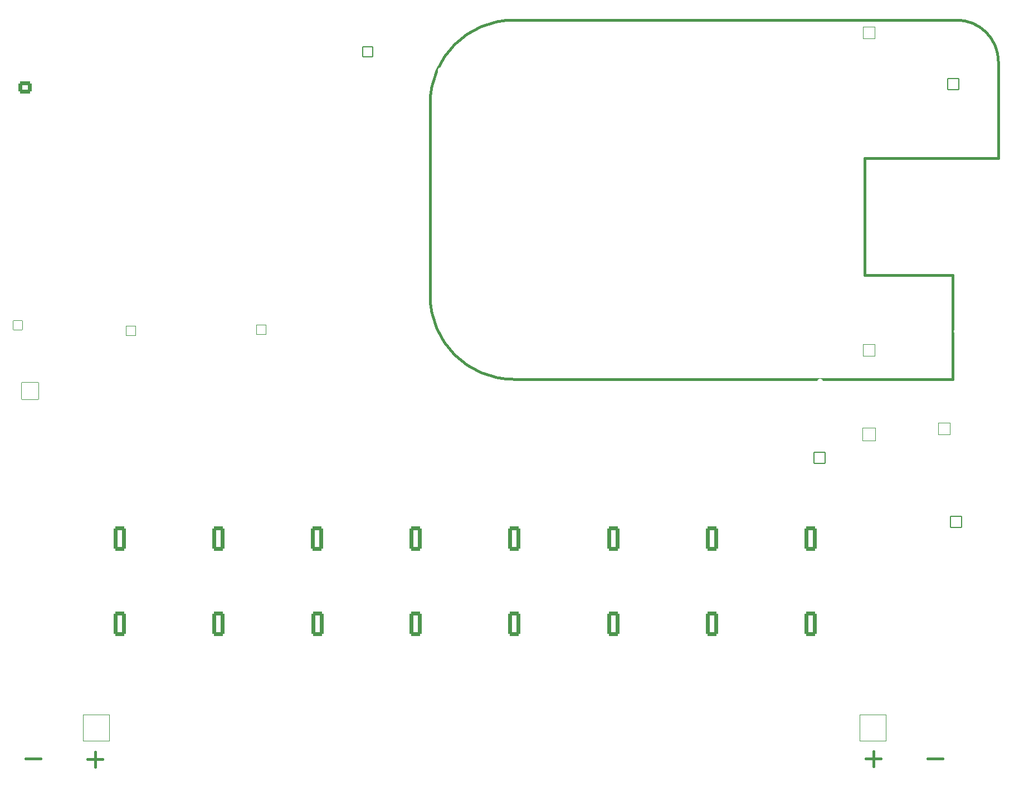
<source format=gbr>
%TF.GenerationSoftware,KiCad,Pcbnew,(6.0.6)*%
%TF.CreationDate,2022-07-22T12:53:20-04:00*%
%TF.ProjectId,BBB_16,4242425f-3136-42e6-9b69-6361645f7063,v2*%
%TF.SameCoordinates,Original*%
%TF.FileFunction,Legend,Bot*%
%TF.FilePolarity,Positive*%
%FSLAX46Y46*%
G04 Gerber Fmt 4.6, Leading zero omitted, Abs format (unit mm)*
G04 Created by KiCad (PCBNEW (6.0.6)) date 2022-07-22 12:53:20*
%MOMM*%
%LPD*%
G01*
G04 APERTURE LIST*
G04 Aperture macros list*
%AMRoundRect*
0 Rectangle with rounded corners*
0 $1 Rounding radius*
0 $2 $3 $4 $5 $6 $7 $8 $9 X,Y pos of 4 corners*
0 Add a 4 corners polygon primitive as box body*
4,1,4,$2,$3,$4,$5,$6,$7,$8,$9,$2,$3,0*
0 Add four circle primitives for the rounded corners*
1,1,$1+$1,$2,$3*
1,1,$1+$1,$4,$5*
1,1,$1+$1,$6,$7*
1,1,$1+$1,$8,$9*
0 Add four rect primitives between the rounded corners*
20,1,$1+$1,$2,$3,$4,$5,0*
20,1,$1+$1,$4,$5,$6,$7,0*
20,1,$1+$1,$6,$7,$8,$9,0*
20,1,$1+$1,$8,$9,$2,$3,0*%
G04 Aperture macros list end*
%ADD10C,0.400000*%
%ADD11C,0.381000*%
%ADD12C,2.577000*%
%ADD13RoundRect,0.301000X-0.650000X-1.550000X0.650000X-1.550000X0.650000X1.550000X-0.650000X1.550000X0*%
%ADD14O,1.902000X3.702000*%
%ADD15RoundRect,0.051000X-0.850000X0.850000X-0.850000X-0.850000X0.850000X-0.850000X0.850000X0.850000X0*%
%ADD16O,1.802000X1.802000*%
%ADD17C,3.802000*%
%ADD18C,5.000000*%
%ADD19C,1.802000*%
%ADD20C,3.402000*%
%ADD21RoundRect,0.051000X0.750000X0.750000X-0.750000X0.750000X-0.750000X-0.750000X0.750000X-0.750000X0*%
%ADD22C,1.602000*%
%ADD23RoundRect,0.051000X2.000000X2.000000X-2.000000X2.000000X-2.000000X-2.000000X2.000000X-2.000000X0*%
%ADD24C,4.102000*%
%ADD25RoundRect,0.051000X-2.000000X-2.000000X2.000000X-2.000000X2.000000X2.000000X-2.000000X2.000000X0*%
%ADD26RoundRect,0.051000X0.765000X0.765000X-0.765000X0.765000X-0.765000X-0.765000X0.765000X-0.765000X0*%
%ADD27C,1.632000*%
%ADD28RoundRect,0.051000X-0.900000X-0.900000X0.900000X-0.900000X0.900000X0.900000X-0.900000X0.900000X0*%
%ADD29C,1.902000*%
%ADD30C,4.674000*%
%ADD31RoundRect,0.051000X-0.900000X0.900000X-0.900000X-0.900000X0.900000X-0.900000X0.900000X0.900000X0*%
%ADD32RoundRect,0.301000X-0.725000X0.600000X-0.725000X-0.600000X0.725000X-0.600000X0.725000X0.600000X0*%
%ADD33O,2.052000X1.802000*%
%ADD34C,2.006000*%
%ADD35RoundRect,0.051000X-0.850000X-0.850000X0.850000X-0.850000X0.850000X0.850000X-0.850000X0.850000X0*%
%ADD36RoundRect,0.051000X-1.300000X1.300000X-1.300000X-1.300000X1.300000X-1.300000X1.300000X1.300000X0*%
%ADD37C,2.702000*%
%ADD38RoundRect,0.051000X0.700000X-0.700000X0.700000X0.700000X-0.700000X0.700000X-0.700000X-0.700000X0*%
%ADD39C,1.502000*%
%ADD40RoundRect,0.051000X1.000000X-1.000000X1.000000X1.000000X-1.000000X1.000000X-1.000000X-1.000000X0*%
%ADD41C,2.102000*%
%ADD42C,0.902000*%
G04 APERTURE END LIST*
D10*
X74824142Y-150085514D02*
X77109857Y-150085514D01*
X84224142Y-150185514D02*
X86509857Y-150185514D01*
X85367000Y-149042657D02*
X85367000Y-151328371D01*
X211924142Y-150085514D02*
X214209857Y-150085514D01*
X202524142Y-150085514D02*
X204809857Y-150085514D01*
X203667000Y-148942657D02*
X203667000Y-151228371D01*
D11*
%TO.C,U1*%
X202327000Y-58749800D02*
X222647000Y-58749800D01*
X148987000Y-37794800D02*
X216297000Y-37794800D01*
X215662000Y-76529800D02*
X202327000Y-76529800D01*
X136287000Y-50494800D02*
X136287000Y-79704800D01*
X222647000Y-44144800D02*
X222647000Y-45414800D01*
X222647000Y-58368800D02*
X222647000Y-45414800D01*
X215662000Y-92404800D02*
X215662000Y-76910800D01*
X148987000Y-92404800D02*
X215662000Y-92404800D01*
X222647000Y-58749800D02*
X222647000Y-58368800D01*
X202327000Y-76529800D02*
X202327000Y-58749800D01*
X215662000Y-76910800D02*
X215662000Y-76529800D01*
X136287000Y-79704800D02*
G75*
G03*
X148987000Y-92404800I12700000J0D01*
G01*
X148987000Y-37794800D02*
G75*
G03*
X136287000Y-50494800I0J-12700000D01*
G01*
X222647000Y-44144800D02*
G75*
G03*
X216297000Y-37794800I-6350000J0D01*
G01*
%TD*%
%LPC*%
D12*
%TO.C,F18*%
X74282600Y-135238600D03*
X74282600Y-131538600D03*
X74282600Y-127038600D03*
X74282600Y-123338600D03*
%TD*%
D13*
%TO.C,J2*%
X89100000Y-129600000D03*
D14*
X92600000Y-129600000D03*
X96100000Y-129600000D03*
%TD*%
D13*
%TO.C,J5*%
X119100000Y-116600000D03*
D14*
X122600000Y-116600000D03*
X126100000Y-116600000D03*
%TD*%
D13*
%TO.C,J6*%
X119214342Y-129600000D03*
D14*
X122714342Y-129600000D03*
X126214342Y-129600000D03*
%TD*%
D13*
%TO.C,J7*%
X134100000Y-116600000D03*
D14*
X137600000Y-116600000D03*
X141100000Y-116600000D03*
%TD*%
D13*
%TO.C,J8*%
X134100000Y-129600000D03*
D14*
X137600000Y-129600000D03*
X141100000Y-129600000D03*
%TD*%
D13*
%TO.C,J9*%
X149100000Y-116600000D03*
D14*
X152600000Y-116600000D03*
X156100000Y-116600000D03*
%TD*%
D13*
%TO.C,J10*%
X149100000Y-129600000D03*
D14*
X152600000Y-129600000D03*
X156100000Y-129600000D03*
%TD*%
D13*
%TO.C,J11*%
X164100000Y-116600000D03*
D14*
X167600000Y-116600000D03*
X171100000Y-116600000D03*
%TD*%
D13*
%TO.C,J12*%
X164100000Y-129600000D03*
D14*
X167600000Y-129600000D03*
X171100000Y-129600000D03*
%TD*%
D13*
%TO.C,J13*%
X179100000Y-116600000D03*
D14*
X182600000Y-116600000D03*
X186100000Y-116600000D03*
%TD*%
D13*
%TO.C,J14*%
X179100000Y-129600000D03*
D14*
X182600000Y-129600000D03*
X186100000Y-129600000D03*
%TD*%
D13*
%TO.C,J15*%
X194100000Y-116600000D03*
D14*
X197600000Y-116600000D03*
X201100000Y-116600000D03*
%TD*%
D13*
%TO.C,J16*%
X194100000Y-129600000D03*
D14*
X197600000Y-129600000D03*
X201100000Y-129600000D03*
%TD*%
D12*
%TO.C,F1*%
X94222600Y-150288600D03*
X94222600Y-146588600D03*
X94222600Y-142088600D03*
X94222600Y-138388600D03*
%TD*%
%TO.C,F7*%
X134425198Y-150298600D03*
X134425198Y-146598600D03*
X134425198Y-142098600D03*
X134425198Y-138398600D03*
%TD*%
%TO.C,F14*%
X181328229Y-150363600D03*
X181328229Y-146663600D03*
X181328229Y-142163600D03*
X181328229Y-138463600D03*
%TD*%
%TO.C,F2*%
X100923033Y-150303600D03*
X100923033Y-146603600D03*
X100923033Y-142103600D03*
X100923033Y-138403600D03*
%TD*%
%TO.C,F6*%
X127724765Y-150298600D03*
X127724765Y-146598600D03*
X127724765Y-142098600D03*
X127724765Y-138398600D03*
%TD*%
%TO.C,F8*%
X141125631Y-150298600D03*
X141125631Y-146598600D03*
X141125631Y-142098600D03*
X141125631Y-138398600D03*
%TD*%
%TO.C,F9*%
X147826064Y-150298600D03*
X147826064Y-146598600D03*
X147826064Y-142098600D03*
X147826064Y-138398600D03*
%TD*%
%TO.C,F10*%
X154526497Y-150298600D03*
X154526497Y-146598600D03*
X154526497Y-142098600D03*
X154526497Y-138398600D03*
%TD*%
%TO.C,F16*%
X194729100Y-150363600D03*
X194729100Y-146663600D03*
X194729100Y-142163600D03*
X194729100Y-138463600D03*
%TD*%
%TO.C,F5*%
X121024332Y-150298600D03*
X121024332Y-146598600D03*
X121024332Y-142098600D03*
X121024332Y-138398600D03*
%TD*%
%TO.C,F3*%
X107623466Y-150303600D03*
X107623466Y-146603600D03*
X107623466Y-142103600D03*
X107623466Y-138403600D03*
%TD*%
%TO.C,F13*%
X174627796Y-150363600D03*
X174627796Y-146663600D03*
X174627796Y-142163600D03*
X174627796Y-138463600D03*
%TD*%
%TO.C,F11*%
X161226930Y-150298600D03*
X161226930Y-146598600D03*
X161226930Y-142098600D03*
X161226930Y-138398600D03*
%TD*%
%TO.C,F4*%
X114323899Y-150303600D03*
X114323899Y-146603600D03*
X114323899Y-142103600D03*
X114323899Y-138403600D03*
%TD*%
D13*
%TO.C,J1*%
X89100000Y-116600000D03*
D14*
X92600000Y-116600000D03*
X96100000Y-116600000D03*
%TD*%
D13*
%TO.C,J3*%
X104100000Y-116600000D03*
D14*
X107600000Y-116600000D03*
X111100000Y-116600000D03*
%TD*%
D13*
%TO.C,J4*%
X104100000Y-129600000D03*
D14*
X107600000Y-129600000D03*
X111100000Y-129600000D03*
%TD*%
D15*
%TO.C,J25*%
X215767000Y-47499800D03*
D16*
X213227000Y-47499800D03*
X210687000Y-47499800D03*
X208147000Y-47499800D03*
X205607000Y-47499800D03*
%TD*%
D12*
%TO.C,F15*%
X188028662Y-150363600D03*
X188028662Y-146663600D03*
X188028662Y-142163600D03*
X188028662Y-138463600D03*
%TD*%
%TO.C,F12*%
X167927363Y-150298600D03*
X167927363Y-146598600D03*
X167927363Y-142098600D03*
X167927363Y-138398600D03*
%TD*%
D17*
%TO.C,H4*%
X81427600Y-66318600D03*
%TD*%
%TO.C,H3*%
X106527600Y-66318600D03*
%TD*%
D18*
%TO.C,J26*%
X158817000Y-63299800D03*
X182117000Y-63299800D03*
D19*
X166667000Y-63799800D03*
X169167000Y-63799800D03*
X171767000Y-63799800D03*
X174267000Y-63799800D03*
%TD*%
D17*
%TO.C,H2*%
X81127600Y-117118600D03*
%TD*%
D12*
%TO.C,F17*%
X214726000Y-135181800D03*
X214726000Y-131481800D03*
X214726000Y-126981800D03*
X214726000Y-123281800D03*
%TD*%
D20*
%TO.C,J20*%
X80689500Y-78649800D03*
X92119500Y-78649800D03*
D21*
X90849500Y-84999800D03*
D22*
X89579500Y-87539800D03*
X88309500Y-84999800D03*
X87039500Y-87539800D03*
X85769500Y-84999800D03*
X84499500Y-87539800D03*
X83229500Y-84999800D03*
X81959500Y-87539800D03*
%TD*%
D23*
%TO.C,J17*%
X85567000Y-145399800D03*
D24*
X76067000Y-145399800D03*
%TD*%
D25*
%TO.C,J18*%
X203567000Y-145399800D03*
D24*
X213067000Y-145399800D03*
%TD*%
D20*
%TO.C,J21*%
X100489500Y-78549800D03*
X111919500Y-78549800D03*
D21*
X110649500Y-84899800D03*
D22*
X109379500Y-87439800D03*
X108109500Y-84899800D03*
X106839500Y-87439800D03*
X105569500Y-84899800D03*
X104299500Y-87439800D03*
X103029500Y-84899800D03*
X101759500Y-87439800D03*
%TD*%
D26*
%TO.C,J24*%
X126837000Y-42629800D03*
D27*
X126837000Y-45169800D03*
X124297000Y-42629800D03*
X124297000Y-45169800D03*
X121757000Y-42629800D03*
X121757000Y-45169800D03*
X119217000Y-42629800D03*
X119217000Y-45169800D03*
X116677000Y-42629800D03*
X116677000Y-45169800D03*
X114137000Y-42629800D03*
X114137000Y-45169800D03*
X111597000Y-42629800D03*
X111597000Y-45169800D03*
X109057000Y-42629800D03*
X109057000Y-45169800D03*
X106517000Y-42629800D03*
X106517000Y-45169800D03*
X103977000Y-42629800D03*
X103977000Y-45169800D03*
X101437000Y-42629800D03*
X101437000Y-45169800D03*
X98897000Y-42629800D03*
X98897000Y-45169800D03*
%TD*%
D28*
%TO.C,U1*%
X202962000Y-87959800D03*
D29*
X202962000Y-90499800D03*
X200422000Y-87959800D03*
X200422000Y-90499800D03*
X197882000Y-87959800D03*
X197882000Y-90499800D03*
X195342000Y-87959800D03*
X195342000Y-90499800D03*
X192802000Y-87959800D03*
X192802000Y-90499800D03*
X190262000Y-87959800D03*
X190262000Y-90499800D03*
X187722000Y-87959800D03*
X187722000Y-90499800D03*
X185182000Y-87959800D03*
X185182000Y-90499800D03*
X182642000Y-87959800D03*
X182642000Y-90499800D03*
X180102000Y-87959800D03*
X180102000Y-90499800D03*
X177562000Y-87959800D03*
X177562000Y-90499800D03*
X175022000Y-87959800D03*
X175022000Y-90499800D03*
X172482000Y-87959800D03*
X172482000Y-90499800D03*
X169942000Y-87959800D03*
X169942000Y-90499800D03*
X167402000Y-87959800D03*
X167402000Y-90499800D03*
X164862000Y-87959800D03*
X164862000Y-90499800D03*
X162322000Y-87959800D03*
X162322000Y-90499800D03*
X159782000Y-87959800D03*
X159782000Y-90499800D03*
X157242000Y-87959800D03*
X157242000Y-90499800D03*
X154702000Y-87959800D03*
X154702000Y-90499800D03*
X152162000Y-87959800D03*
X152162000Y-90499800D03*
X149622000Y-87959800D03*
X149622000Y-90499800D03*
X147082000Y-87959800D03*
X147082000Y-90499800D03*
D28*
X202962000Y-39699800D03*
D29*
X202962000Y-42239800D03*
X200422000Y-39699800D03*
X200422000Y-42239800D03*
X197882000Y-39699800D03*
X197882000Y-42239800D03*
X195342000Y-39699800D03*
X195342000Y-42239800D03*
X192802000Y-39699800D03*
X192802000Y-42239800D03*
X190262000Y-39699800D03*
X190262000Y-42239800D03*
X187722000Y-39699800D03*
X187722000Y-42239800D03*
X185182000Y-39699800D03*
X185182000Y-42239800D03*
X182642000Y-39699800D03*
X182642000Y-42239800D03*
X180102000Y-39699800D03*
X180102000Y-42239800D03*
X177562000Y-39699800D03*
X177562000Y-42239800D03*
X175022000Y-39699800D03*
X175022000Y-42239800D03*
X172482000Y-39699800D03*
X172482000Y-42239800D03*
X169942000Y-39699800D03*
X169942000Y-42239800D03*
X167402000Y-39699800D03*
X167402000Y-42239800D03*
X164862000Y-39699800D03*
X164862000Y-42239800D03*
X162322000Y-39699800D03*
X162322000Y-42239800D03*
X159782000Y-39699800D03*
X159782000Y-42239800D03*
X157242000Y-39699800D03*
X157242000Y-42239800D03*
X154702000Y-39699800D03*
X154702000Y-42239800D03*
X152162000Y-39699800D03*
X152162000Y-42239800D03*
X149622000Y-39699800D03*
X149622000Y-42239800D03*
X147082000Y-39699800D03*
X147082000Y-42239800D03*
D30*
X142002000Y-44144800D03*
X208042000Y-40969800D03*
X208042000Y-89229800D03*
X142002000Y-86054800D03*
%TD*%
D17*
%TO.C,H1*%
X208127600Y-117118600D03*
%TD*%
D15*
%TO.C,J23*%
X195492000Y-104299800D03*
D16*
X192952000Y-104299800D03*
X190412000Y-104299800D03*
%TD*%
D31*
%TO.C,U2*%
X214467000Y-99899800D03*
D29*
X214467000Y-97359800D03*
X214467000Y-94819800D03*
%TD*%
D32*
%TO.C,J19*%
X74767000Y-47999800D03*
D33*
X74767000Y-50499800D03*
X74767000Y-52999800D03*
X74767000Y-55499800D03*
%TD*%
D34*
%TO.C,J27*%
X215117459Y-109205360D03*
X215117459Y-105395360D03*
%TD*%
D35*
%TO.C,J28*%
X216167000Y-114099800D03*
D16*
X216167000Y-116639800D03*
X216167000Y-119179800D03*
%TD*%
D36*
%TO.C,J22*%
X75467000Y-94199800D03*
D37*
X75467000Y-99199800D03*
X75467000Y-104199800D03*
X75467000Y-109199800D03*
%TD*%
D38*
%TO.C,SW6*%
X73667000Y-84199800D03*
D39*
X73667000Y-81699800D03*
X73667000Y-79199800D03*
X76967000Y-84199800D03*
X76967000Y-81699800D03*
X76967000Y-79199800D03*
%TD*%
D40*
%TO.C,C1*%
X202967000Y-100767477D03*
D41*
X202967000Y-95767477D03*
%TD*%
D17*
%TO.C,H5*%
X81427600Y-40918600D03*
%TD*%
D42*
X158001000Y-121017800D03*
X218067000Y-122399800D03*
X72167000Y-76499800D03*
X98651000Y-119967800D03*
X161667000Y-68199800D03*
X145167000Y-100799800D03*
X86667000Y-49099800D03*
X125837000Y-74249800D03*
X211667000Y-132699800D03*
X118767000Y-88899800D03*
X142151000Y-126167800D03*
X90767000Y-65499800D03*
X77767000Y-110799800D03*
X108967000Y-100799800D03*
X194247000Y-44889800D03*
X91967000Y-37699800D03*
X188597000Y-44989800D03*
X184967000Y-67599800D03*
X158167000Y-73199800D03*
X194867000Y-48699800D03*
X104467000Y-54999800D03*
X212567000Y-89699800D03*
X121967000Y-60899800D03*
X86367000Y-44199800D03*
X162267000Y-73099800D03*
X85167000Y-92499800D03*
X178067000Y-80899800D03*
X71267000Y-38899800D03*
X188267000Y-106699800D03*
X191367000Y-100599800D03*
X98367000Y-85999800D03*
X182747000Y-59569800D03*
X122557000Y-82249800D03*
X200167000Y-55099800D03*
X103667000Y-112699800D03*
X167307000Y-52099800D03*
X213317000Y-80889800D03*
X95667000Y-56749800D03*
X216967000Y-107999800D03*
X216667000Y-90799800D03*
X157567000Y-105199800D03*
X191667000Y-107699800D03*
X81367000Y-54299800D03*
X84367000Y-97699800D03*
X143151000Y-113817800D03*
X166267000Y-53899800D03*
X99717000Y-49699800D03*
X202667000Y-137299800D03*
X93547953Y-81704629D03*
X173301000Y-114717800D03*
X187137000Y-55319800D03*
X90667000Y-71699800D03*
X94567000Y-64999800D03*
X168351000Y-125267800D03*
X131767000Y-101399800D03*
X111767000Y-62249800D03*
X98817000Y-72599800D03*
X116867000Y-106099800D03*
X200667000Y-60699800D03*
X168567000Y-69499800D03*
X79467000Y-97599800D03*
X140267000Y-51699800D03*
X134367000Y-73999800D03*
X140167000Y-63399800D03*
X100167000Y-56479800D03*
X93967000Y-75799800D03*
X127251000Y-113767800D03*
X183577000Y-54639800D03*
X191867000Y-85499800D03*
X213267000Y-110199800D03*
X71267000Y-128699800D03*
X95117000Y-41049800D03*
X192667000Y-49999800D03*
X178537000Y-46949800D03*
X83267000Y-77299800D03*
X71267000Y-133199800D03*
X71267000Y-59099800D03*
X83767000Y-82299800D03*
X83467000Y-122999800D03*
X121607000Y-74999800D03*
X112567000Y-85099800D03*
X212067000Y-129599800D03*
X175067000Y-104699800D03*
X217467000Y-56999800D03*
X76267000Y-73299800D03*
X86167000Y-62299800D03*
X176467000Y-105899800D03*
X138467000Y-79999800D03*
X186067000Y-98899800D03*
X113967000Y-93299800D03*
X72767000Y-103599800D03*
X93567000Y-88299800D03*
X202467000Y-120799800D03*
X118847000Y-83409800D03*
X137967000Y-41599800D03*
X182467000Y-96599800D03*
X216667000Y-93099800D03*
X145567000Y-58099800D03*
X168167000Y-60889800D03*
X111967000Y-55199800D03*
X159767000Y-96699800D03*
X203067000Y-123999800D03*
X218067000Y-123899800D03*
X208867000Y-103999800D03*
X168467000Y-77599800D03*
X121767000Y-55499800D03*
X90667000Y-75899800D03*
X187551000Y-120517800D03*
X100267000Y-99299800D03*
X128667000Y-101299800D03*
X87267000Y-138499800D03*
X186067000Y-97699800D03*
X172667000Y-69499800D03*
X195767000Y-55089800D03*
X113367000Y-121199800D03*
X86093940Y-89458600D03*
X98667000Y-65499800D03*
X130567000Y-89999800D03*
X72267000Y-64499800D03*
X173867000Y-100299800D03*
X77867000Y-107899800D03*
X117067000Y-99269800D03*
X150067000Y-84299800D03*
X71267000Y-131699800D03*
X142751000Y-121517800D03*
X153167000Y-65899800D03*
X218067000Y-78899800D03*
X83467000Y-134499800D03*
X186167000Y-101599800D03*
X217567000Y-38999800D03*
X212067000Y-127999800D03*
X182667000Y-73399800D03*
X72767000Y-86499800D03*
X186567000Y-48499800D03*
X112267000Y-69199800D03*
X202667000Y-110999800D03*
X158567000Y-107799800D03*
X187567000Y-58999800D03*
X114767000Y-111099800D03*
X195367000Y-74199800D03*
X205667000Y-137299800D03*
X145067000Y-75799800D03*
X198467000Y-104799800D03*
X75067000Y-59599800D03*
X184017000Y-50269800D03*
X190167000Y-74399800D03*
X137867000Y-45399800D03*
X95717000Y-49749800D03*
X144867000Y-69499800D03*
X195067000Y-96499800D03*
X159967000Y-101399800D03*
X76367000Y-44399800D03*
X181877000Y-54679800D03*
X178467000Y-73399800D03*
X117347000Y-81449800D03*
X124807000Y-80179800D03*
X118067000Y-95699800D03*
X128651000Y-119967800D03*
X212567000Y-93099800D03*
X200067000Y-137299800D03*
X99567000Y-91099800D03*
X135367000Y-105899800D03*
X182667000Y-50309800D03*
X82967000Y-73499800D03*
X186067000Y-96399800D03*
X164267000Y-80099800D03*
X172967000Y-96699800D03*
X102587000Y-57929800D03*
X202657000Y-83719800D03*
X210567000Y-97899800D03*
X77567000Y-133099800D03*
X205637000Y-80729800D03*
X170067000Y-101399800D03*
X82067000Y-138499800D03*
X101627000Y-65459800D03*
X207567000Y-105199800D03*
X95067000Y-110699800D03*
X211667000Y-134199800D03*
X172467000Y-77599800D03*
X71767000Y-108199800D03*
X200567000Y-66699800D03*
X126137000Y-68889800D03*
X131167000Y-120699800D03*
X210267000Y-56999800D03*
X216567000Y-102199800D03*
X78467000Y-105199800D03*
X166477000Y-58699800D03*
X129967000Y-112499800D03*
X157167000Y-51099800D03*
X216267000Y-85099800D03*
X152217000Y-73029800D03*
X131767000Y-96699800D03*
X195567000Y-60799800D03*
X122167000Y-66299800D03*
X145167000Y-96199800D03*
X145067000Y-105099800D03*
X101567000Y-110499800D03*
X118567000Y-101399800D03*
X192417000Y-54279800D03*
X100467000Y-107599800D03*
X212567000Y-119699800D03*
X103267000Y-62099800D03*
X217667000Y-131199800D03*
X172567000Y-101299800D03*
X132967000Y-87899800D03*
X217667000Y-129399800D03*
X195807000Y-80499800D03*
X213167000Y-116399800D03*
X160567000Y-112599800D03*
X72367000Y-69699800D03*
X205467000Y-86199800D03*
X190667000Y-96499800D03*
X158567000Y-98999800D03*
X217667000Y-132899800D03*
X190267000Y-113599800D03*
X218367000Y-81399800D03*
X175167000Y-67599800D03*
X182467000Y-97799800D03*
X175167000Y-53299800D03*
X131967000Y-66499800D03*
X130467000Y-77199800D03*
X117167000Y-112799800D03*
X182467000Y-98999800D03*
X182067000Y-106399800D03*
X145367000Y-111299800D03*
X204167000Y-56999800D03*
X119167000Y-58199800D03*
X104567000Y-96299800D03*
X77167000Y-128799800D03*
X101567000Y-83299800D03*
X86167000Y-79899800D03*
X123667000Y-90299800D03*
X98451000Y-114417800D03*
X101267000Y-120899800D03*
X105367000Y-104799800D03*
X200667000Y-75499800D03*
X111967000Y-58299800D03*
X100197000Y-67029800D03*
X92067000Y-55999800D03*
X182467000Y-109399800D03*
X210167000Y-105199800D03*
X126567000Y-55499800D03*
X95367000Y-94299800D03*
X180987000Y-50199800D03*
X112667000Y-100799800D03*
X187167000Y-86099800D03*
X104567000Y-76199800D03*
X84867000Y-138499800D03*
X144267000Y-90199800D03*
X174637000Y-46739800D03*
X78967000Y-133099800D03*
X176067000Y-61899800D03*
X133867000Y-107299800D03*
X132167000Y-56099800D03*
X195467000Y-66499800D03*
X77167000Y-130099800D03*
X85667000Y-120899800D03*
X208567000Y-83299800D03*
X195567000Y-92699800D03*
X203267000Y-103299800D03*
X90167000Y-91699800D03*
X146967000Y-120799800D03*
X185657000Y-53799800D03*
X121457000Y-71019800D03*
X137767000Y-109399800D03*
X71267000Y-130299800D03*
X82567000Y-49299800D03*
X124967000Y-55399800D03*
X123567000Y-56999800D03*
X98651382Y-37449789D03*
X187062000Y-57204800D03*
X195767000Y-44699800D03*
X176777000Y-58169800D03*
X201007000Y-47919800D03*
X180067000Y-46224843D03*
X181367000Y-46224843D03*
X202557000Y-48194300D03*
X166767000Y-44999800D03*
X167667000Y-43999800D03*
X107767000Y-82899800D03*
X128417000Y-71449800D03*
X115067000Y-72699800D03*
X114917000Y-74249800D03*
X128717000Y-73249800D03*
X128367000Y-75199800D03*
X116667000Y-77249800D03*
X117017000Y-78499800D03*
X128567000Y-77049800D03*
X206567000Y-82299800D03*
X202067000Y-82299800D03*
M02*

</source>
